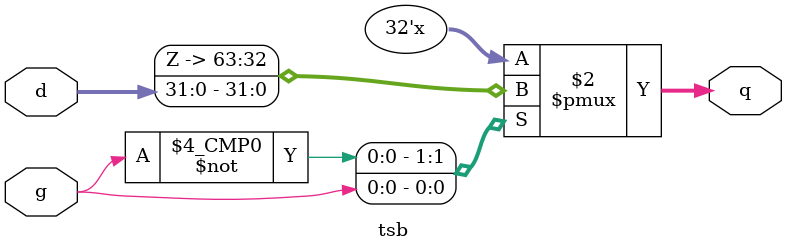
<source format=v>

module tsb (
    input [31:0] d,
    output reg [31:0] q,
    input g
);
  always @(*) begin
    case (g)
      0: q = 32'bz;
      1: q = d;
    endcase
  end
endmodule

</source>
